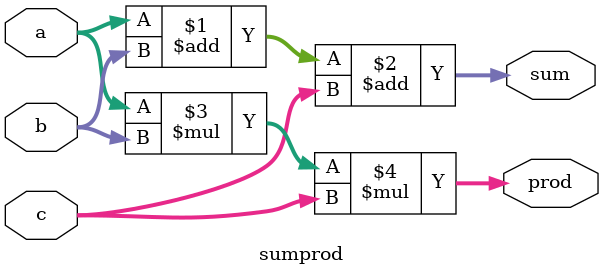
<source format=v>
module sumprod(a, b, c, sum, prod);

  input [7:0] a, b, c;
  output [7:0] sum, prod;

  {* sumstuff *}
  assign sum = a + b + c;
  {* *}

  assign prod = a * b * c;

endmodule

</source>
